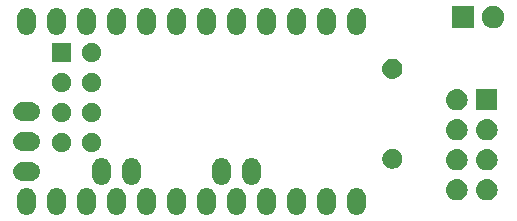
<source format=gbr>
G04 #@! TF.GenerationSoftware,KiCad,Pcbnew,5.1.2*
G04 #@! TF.CreationDate,2019-11-12T19:34:36-05:00*
G04 #@! TF.ProjectId,VS_robot_receiver,56535f72-6f62-46f7-945f-726563656976,rev?*
G04 #@! TF.SameCoordinates,Original*
G04 #@! TF.FileFunction,Soldermask,Bot*
G04 #@! TF.FilePolarity,Negative*
%FSLAX46Y46*%
G04 Gerber Fmt 4.6, Leading zero omitted, Abs format (unit mm)*
G04 Created by KiCad (PCBNEW 5.1.2) date 2019-11-12 19:34:36*
%MOMM*%
%LPD*%
G04 APERTURE LIST*
%ADD10C,0.100000*%
G04 APERTURE END LIST*
D10*
G36*
X133187135Y-110480778D02*
G01*
X133338232Y-110526613D01*
X133477483Y-110601044D01*
X133599538Y-110701212D01*
X133699706Y-110823267D01*
X133774137Y-110962518D01*
X133819972Y-111113615D01*
X133831570Y-111231375D01*
X133831570Y-112008625D01*
X133819972Y-112126385D01*
X133774137Y-112277482D01*
X133699706Y-112416733D01*
X133599538Y-112538788D01*
X133477482Y-112638956D01*
X133338231Y-112713387D01*
X133187134Y-112759222D01*
X133030000Y-112774698D01*
X132872865Y-112759222D01*
X132721768Y-112713387D01*
X132582517Y-112638956D01*
X132460462Y-112538788D01*
X132360294Y-112416732D01*
X132285863Y-112277481D01*
X132240028Y-112126384D01*
X132228430Y-112008624D01*
X132228430Y-111231374D01*
X132240028Y-111113614D01*
X132285863Y-110962519D01*
X132360293Y-110823271D01*
X132360295Y-110823267D01*
X132460463Y-110701212D01*
X132582518Y-110601044D01*
X132721769Y-110526613D01*
X132872866Y-110480778D01*
X133030000Y-110465302D01*
X133187135Y-110480778D01*
X133187135Y-110480778D01*
G37*
G36*
X135727135Y-110480778D02*
G01*
X135878232Y-110526613D01*
X136017483Y-110601044D01*
X136139538Y-110701212D01*
X136239706Y-110823267D01*
X136314137Y-110962518D01*
X136359972Y-111113615D01*
X136371570Y-111231375D01*
X136371570Y-112008625D01*
X136359972Y-112126385D01*
X136314137Y-112277482D01*
X136239706Y-112416733D01*
X136139538Y-112538788D01*
X136017482Y-112638956D01*
X135878231Y-112713387D01*
X135727134Y-112759222D01*
X135570000Y-112774698D01*
X135412865Y-112759222D01*
X135261768Y-112713387D01*
X135122517Y-112638956D01*
X135000462Y-112538788D01*
X134900294Y-112416732D01*
X134825863Y-112277481D01*
X134780028Y-112126384D01*
X134768430Y-112008624D01*
X134768430Y-111231374D01*
X134780028Y-111113614D01*
X134825863Y-110962519D01*
X134900293Y-110823271D01*
X134900295Y-110823267D01*
X135000463Y-110701212D01*
X135122518Y-110601044D01*
X135261769Y-110526613D01*
X135412866Y-110480778D01*
X135570000Y-110465302D01*
X135727135Y-110480778D01*
X135727135Y-110480778D01*
G37*
G36*
X161127135Y-110480778D02*
G01*
X161278232Y-110526613D01*
X161417483Y-110601044D01*
X161539538Y-110701212D01*
X161639706Y-110823267D01*
X161714137Y-110962518D01*
X161759972Y-111113615D01*
X161771570Y-111231375D01*
X161771570Y-112008625D01*
X161759972Y-112126385D01*
X161714137Y-112277482D01*
X161639706Y-112416733D01*
X161539538Y-112538788D01*
X161417482Y-112638956D01*
X161278231Y-112713387D01*
X161127134Y-112759222D01*
X160970000Y-112774698D01*
X160812865Y-112759222D01*
X160661768Y-112713387D01*
X160522517Y-112638956D01*
X160400462Y-112538788D01*
X160300294Y-112416732D01*
X160225863Y-112277481D01*
X160180028Y-112126384D01*
X160168430Y-112008624D01*
X160168430Y-111231374D01*
X160180028Y-111113614D01*
X160225863Y-110962519D01*
X160300293Y-110823271D01*
X160300295Y-110823267D01*
X160400463Y-110701212D01*
X160522518Y-110601044D01*
X160661769Y-110526613D01*
X160812866Y-110480778D01*
X160970000Y-110465302D01*
X161127135Y-110480778D01*
X161127135Y-110480778D01*
G37*
G36*
X158587135Y-110480778D02*
G01*
X158738232Y-110526613D01*
X158877483Y-110601044D01*
X158999538Y-110701212D01*
X159099706Y-110823267D01*
X159174137Y-110962518D01*
X159219972Y-111113615D01*
X159231570Y-111231375D01*
X159231570Y-112008625D01*
X159219972Y-112126385D01*
X159174137Y-112277482D01*
X159099706Y-112416733D01*
X158999538Y-112538788D01*
X158877482Y-112638956D01*
X158738231Y-112713387D01*
X158587134Y-112759222D01*
X158430000Y-112774698D01*
X158272865Y-112759222D01*
X158121768Y-112713387D01*
X157982517Y-112638956D01*
X157860462Y-112538788D01*
X157760294Y-112416732D01*
X157685863Y-112277481D01*
X157640028Y-112126384D01*
X157628430Y-112008624D01*
X157628430Y-111231374D01*
X157640028Y-111113614D01*
X157685863Y-110962519D01*
X157760293Y-110823271D01*
X157760295Y-110823267D01*
X157860463Y-110701212D01*
X157982518Y-110601044D01*
X158121769Y-110526613D01*
X158272866Y-110480778D01*
X158430000Y-110465302D01*
X158587135Y-110480778D01*
X158587135Y-110480778D01*
G37*
G36*
X156047135Y-110480778D02*
G01*
X156198232Y-110526613D01*
X156337483Y-110601044D01*
X156459538Y-110701212D01*
X156559706Y-110823267D01*
X156634137Y-110962518D01*
X156679972Y-111113615D01*
X156691570Y-111231375D01*
X156691570Y-112008625D01*
X156679972Y-112126385D01*
X156634137Y-112277482D01*
X156559706Y-112416733D01*
X156459538Y-112538788D01*
X156337482Y-112638956D01*
X156198231Y-112713387D01*
X156047134Y-112759222D01*
X155890000Y-112774698D01*
X155732865Y-112759222D01*
X155581768Y-112713387D01*
X155442517Y-112638956D01*
X155320462Y-112538788D01*
X155220294Y-112416732D01*
X155145863Y-112277481D01*
X155100028Y-112126384D01*
X155088430Y-112008624D01*
X155088430Y-111231374D01*
X155100028Y-111113614D01*
X155145863Y-110962519D01*
X155220293Y-110823271D01*
X155220295Y-110823267D01*
X155320463Y-110701212D01*
X155442518Y-110601044D01*
X155581769Y-110526613D01*
X155732866Y-110480778D01*
X155890000Y-110465302D01*
X156047135Y-110480778D01*
X156047135Y-110480778D01*
G37*
G36*
X153507135Y-110480778D02*
G01*
X153658232Y-110526613D01*
X153797483Y-110601044D01*
X153919538Y-110701212D01*
X154019706Y-110823267D01*
X154094137Y-110962518D01*
X154139972Y-111113615D01*
X154151570Y-111231375D01*
X154151570Y-112008625D01*
X154139972Y-112126385D01*
X154094137Y-112277482D01*
X154019706Y-112416733D01*
X153919538Y-112538788D01*
X153797482Y-112638956D01*
X153658231Y-112713387D01*
X153507134Y-112759222D01*
X153350000Y-112774698D01*
X153192865Y-112759222D01*
X153041768Y-112713387D01*
X152902517Y-112638956D01*
X152780462Y-112538788D01*
X152680294Y-112416732D01*
X152605863Y-112277481D01*
X152560028Y-112126384D01*
X152548430Y-112008624D01*
X152548430Y-111231374D01*
X152560028Y-111113614D01*
X152605863Y-110962519D01*
X152680293Y-110823271D01*
X152680295Y-110823267D01*
X152780463Y-110701212D01*
X152902518Y-110601044D01*
X153041769Y-110526613D01*
X153192866Y-110480778D01*
X153350000Y-110465302D01*
X153507135Y-110480778D01*
X153507135Y-110480778D01*
G37*
G36*
X150967135Y-110480778D02*
G01*
X151118232Y-110526613D01*
X151257483Y-110601044D01*
X151379538Y-110701212D01*
X151479706Y-110823267D01*
X151554137Y-110962518D01*
X151599972Y-111113615D01*
X151611570Y-111231375D01*
X151611570Y-112008625D01*
X151599972Y-112126385D01*
X151554137Y-112277482D01*
X151479706Y-112416733D01*
X151379538Y-112538788D01*
X151257482Y-112638956D01*
X151118231Y-112713387D01*
X150967134Y-112759222D01*
X150810000Y-112774698D01*
X150652865Y-112759222D01*
X150501768Y-112713387D01*
X150362517Y-112638956D01*
X150240462Y-112538788D01*
X150140294Y-112416732D01*
X150065863Y-112277481D01*
X150020028Y-112126384D01*
X150008430Y-112008624D01*
X150008430Y-111231374D01*
X150020028Y-111113614D01*
X150065863Y-110962519D01*
X150140293Y-110823271D01*
X150140295Y-110823267D01*
X150240463Y-110701212D01*
X150362518Y-110601044D01*
X150501769Y-110526613D01*
X150652866Y-110480778D01*
X150810000Y-110465302D01*
X150967135Y-110480778D01*
X150967135Y-110480778D01*
G37*
G36*
X145887135Y-110480778D02*
G01*
X146038232Y-110526613D01*
X146177483Y-110601044D01*
X146299538Y-110701212D01*
X146399706Y-110823267D01*
X146474137Y-110962518D01*
X146519972Y-111113615D01*
X146531570Y-111231375D01*
X146531570Y-112008625D01*
X146519972Y-112126385D01*
X146474137Y-112277482D01*
X146399706Y-112416733D01*
X146299538Y-112538788D01*
X146177482Y-112638956D01*
X146038231Y-112713387D01*
X145887134Y-112759222D01*
X145730000Y-112774698D01*
X145572865Y-112759222D01*
X145421768Y-112713387D01*
X145282517Y-112638956D01*
X145160462Y-112538788D01*
X145060294Y-112416732D01*
X144985863Y-112277481D01*
X144940028Y-112126384D01*
X144928430Y-112008624D01*
X144928430Y-111231374D01*
X144940028Y-111113614D01*
X144985863Y-110962519D01*
X145060293Y-110823271D01*
X145060295Y-110823267D01*
X145160463Y-110701212D01*
X145282518Y-110601044D01*
X145421769Y-110526613D01*
X145572866Y-110480778D01*
X145730000Y-110465302D01*
X145887135Y-110480778D01*
X145887135Y-110480778D01*
G37*
G36*
X143347135Y-110480778D02*
G01*
X143498232Y-110526613D01*
X143637483Y-110601044D01*
X143759538Y-110701212D01*
X143859706Y-110823267D01*
X143934137Y-110962518D01*
X143979972Y-111113615D01*
X143991570Y-111231375D01*
X143991570Y-112008625D01*
X143979972Y-112126385D01*
X143934137Y-112277482D01*
X143859706Y-112416733D01*
X143759538Y-112538788D01*
X143637482Y-112638956D01*
X143498231Y-112713387D01*
X143347134Y-112759222D01*
X143190000Y-112774698D01*
X143032865Y-112759222D01*
X142881768Y-112713387D01*
X142742517Y-112638956D01*
X142620462Y-112538788D01*
X142520294Y-112416732D01*
X142445863Y-112277481D01*
X142400028Y-112126384D01*
X142388430Y-112008624D01*
X142388430Y-111231374D01*
X142400028Y-111113614D01*
X142445863Y-110962519D01*
X142520293Y-110823271D01*
X142520295Y-110823267D01*
X142620463Y-110701212D01*
X142742518Y-110601044D01*
X142881769Y-110526613D01*
X143032866Y-110480778D01*
X143190000Y-110465302D01*
X143347135Y-110480778D01*
X143347135Y-110480778D01*
G37*
G36*
X140807135Y-110480778D02*
G01*
X140958232Y-110526613D01*
X141097483Y-110601044D01*
X141219538Y-110701212D01*
X141319706Y-110823267D01*
X141394137Y-110962518D01*
X141439972Y-111113615D01*
X141451570Y-111231375D01*
X141451570Y-112008625D01*
X141439972Y-112126385D01*
X141394137Y-112277482D01*
X141319706Y-112416733D01*
X141219538Y-112538788D01*
X141097482Y-112638956D01*
X140958231Y-112713387D01*
X140807134Y-112759222D01*
X140650000Y-112774698D01*
X140492865Y-112759222D01*
X140341768Y-112713387D01*
X140202517Y-112638956D01*
X140080462Y-112538788D01*
X139980294Y-112416732D01*
X139905863Y-112277481D01*
X139860028Y-112126384D01*
X139848430Y-112008624D01*
X139848430Y-111231374D01*
X139860028Y-111113614D01*
X139905863Y-110962519D01*
X139980293Y-110823271D01*
X139980295Y-110823267D01*
X140080463Y-110701212D01*
X140202518Y-110601044D01*
X140341769Y-110526613D01*
X140492866Y-110480778D01*
X140650000Y-110465302D01*
X140807135Y-110480778D01*
X140807135Y-110480778D01*
G37*
G36*
X138267135Y-110480778D02*
G01*
X138418232Y-110526613D01*
X138557483Y-110601044D01*
X138679538Y-110701212D01*
X138779706Y-110823267D01*
X138854137Y-110962518D01*
X138899972Y-111113615D01*
X138911570Y-111231375D01*
X138911570Y-112008625D01*
X138899972Y-112126385D01*
X138854137Y-112277482D01*
X138779706Y-112416733D01*
X138679538Y-112538788D01*
X138557482Y-112638956D01*
X138418231Y-112713387D01*
X138267134Y-112759222D01*
X138110000Y-112774698D01*
X137952865Y-112759222D01*
X137801768Y-112713387D01*
X137662517Y-112638956D01*
X137540462Y-112538788D01*
X137440294Y-112416732D01*
X137365863Y-112277481D01*
X137320028Y-112126384D01*
X137308430Y-112008624D01*
X137308430Y-111231374D01*
X137320028Y-111113614D01*
X137365863Y-110962519D01*
X137440293Y-110823271D01*
X137440295Y-110823267D01*
X137540463Y-110701212D01*
X137662518Y-110601044D01*
X137801769Y-110526613D01*
X137952866Y-110480778D01*
X138110000Y-110465302D01*
X138267135Y-110480778D01*
X138267135Y-110480778D01*
G37*
G36*
X148427135Y-110480778D02*
G01*
X148578232Y-110526613D01*
X148717483Y-110601044D01*
X148839538Y-110701212D01*
X148939706Y-110823267D01*
X149014137Y-110962518D01*
X149059972Y-111113615D01*
X149071570Y-111231375D01*
X149071570Y-112008625D01*
X149059972Y-112126385D01*
X149014137Y-112277482D01*
X148939706Y-112416733D01*
X148839538Y-112538788D01*
X148717482Y-112638956D01*
X148578231Y-112713387D01*
X148427134Y-112759222D01*
X148270000Y-112774698D01*
X148112865Y-112759222D01*
X147961768Y-112713387D01*
X147822517Y-112638956D01*
X147700462Y-112538788D01*
X147600294Y-112416732D01*
X147525863Y-112277481D01*
X147480028Y-112126384D01*
X147468430Y-112008624D01*
X147468430Y-111231374D01*
X147480028Y-111113614D01*
X147525863Y-110962519D01*
X147600293Y-110823271D01*
X147600295Y-110823267D01*
X147700463Y-110701212D01*
X147822518Y-110601044D01*
X147961769Y-110526613D01*
X148112866Y-110480778D01*
X148270000Y-110465302D01*
X148427135Y-110480778D01*
X148427135Y-110480778D01*
G37*
G36*
X172110442Y-109725518D02*
G01*
X172176627Y-109732037D01*
X172346466Y-109783557D01*
X172502991Y-109867222D01*
X172514580Y-109876733D01*
X172640186Y-109979814D01*
X172723448Y-110081271D01*
X172752778Y-110117009D01*
X172836443Y-110273534D01*
X172887963Y-110443373D01*
X172905359Y-110620000D01*
X172887963Y-110796627D01*
X172836443Y-110966466D01*
X172752778Y-111122991D01*
X172723448Y-111158729D01*
X172640186Y-111260186D01*
X172538729Y-111343448D01*
X172502991Y-111372778D01*
X172346466Y-111456443D01*
X172176627Y-111507963D01*
X172110443Y-111514481D01*
X172044260Y-111521000D01*
X171955740Y-111521000D01*
X171889557Y-111514481D01*
X171823373Y-111507963D01*
X171653534Y-111456443D01*
X171497009Y-111372778D01*
X171461271Y-111343448D01*
X171359814Y-111260186D01*
X171276552Y-111158729D01*
X171247222Y-111122991D01*
X171163557Y-110966466D01*
X171112037Y-110796627D01*
X171094641Y-110620000D01*
X171112037Y-110443373D01*
X171163557Y-110273534D01*
X171247222Y-110117009D01*
X171276552Y-110081271D01*
X171359814Y-109979814D01*
X171485420Y-109876733D01*
X171497009Y-109867222D01*
X171653534Y-109783557D01*
X171823373Y-109732037D01*
X171889558Y-109725518D01*
X171955740Y-109719000D01*
X172044260Y-109719000D01*
X172110442Y-109725518D01*
X172110442Y-109725518D01*
G37*
G36*
X169570442Y-109725518D02*
G01*
X169636627Y-109732037D01*
X169806466Y-109783557D01*
X169962991Y-109867222D01*
X169974580Y-109876733D01*
X170100186Y-109979814D01*
X170183448Y-110081271D01*
X170212778Y-110117009D01*
X170296443Y-110273534D01*
X170347963Y-110443373D01*
X170365359Y-110620000D01*
X170347963Y-110796627D01*
X170296443Y-110966466D01*
X170212778Y-111122991D01*
X170183448Y-111158729D01*
X170100186Y-111260186D01*
X169998729Y-111343448D01*
X169962991Y-111372778D01*
X169806466Y-111456443D01*
X169636627Y-111507963D01*
X169570443Y-111514481D01*
X169504260Y-111521000D01*
X169415740Y-111521000D01*
X169349557Y-111514481D01*
X169283373Y-111507963D01*
X169113534Y-111456443D01*
X168957009Y-111372778D01*
X168921271Y-111343448D01*
X168819814Y-111260186D01*
X168736552Y-111158729D01*
X168707222Y-111122991D01*
X168623557Y-110966466D01*
X168572037Y-110796627D01*
X168554641Y-110620000D01*
X168572037Y-110443373D01*
X168623557Y-110273534D01*
X168707222Y-110117009D01*
X168736552Y-110081271D01*
X168819814Y-109979814D01*
X168945420Y-109876733D01*
X168957009Y-109867222D01*
X169113534Y-109783557D01*
X169283373Y-109732037D01*
X169349558Y-109725518D01*
X169415740Y-109719000D01*
X169504260Y-109719000D01*
X169570442Y-109725518D01*
X169570442Y-109725518D01*
G37*
G36*
X139537135Y-107940778D02*
G01*
X139688232Y-107986613D01*
X139827483Y-108061044D01*
X139949538Y-108161212D01*
X140049706Y-108283267D01*
X140124137Y-108422518D01*
X140169972Y-108573615D01*
X140181570Y-108691375D01*
X140181570Y-109468625D01*
X140169972Y-109586385D01*
X140124137Y-109737482D01*
X140049706Y-109876733D01*
X139949538Y-109998788D01*
X139827482Y-110098956D01*
X139688231Y-110173387D01*
X139537134Y-110219222D01*
X139380000Y-110234698D01*
X139222865Y-110219222D01*
X139071768Y-110173387D01*
X138932517Y-110098956D01*
X138810462Y-109998788D01*
X138710294Y-109876732D01*
X138635863Y-109737481D01*
X138590028Y-109586384D01*
X138578430Y-109468624D01*
X138578430Y-108691375D01*
X138584227Y-108632517D01*
X138590028Y-108573614D01*
X138635863Y-108422519D01*
X138710293Y-108283271D01*
X138710295Y-108283267D01*
X138810463Y-108161212D01*
X138932518Y-108061044D01*
X139071769Y-107986613D01*
X139222866Y-107940778D01*
X139380000Y-107925302D01*
X139537135Y-107940778D01*
X139537135Y-107940778D01*
G37*
G36*
X152237135Y-107940778D02*
G01*
X152388232Y-107986613D01*
X152527483Y-108061044D01*
X152649538Y-108161212D01*
X152749706Y-108283267D01*
X152824137Y-108422518D01*
X152869972Y-108573615D01*
X152881570Y-108691375D01*
X152881570Y-109468625D01*
X152869972Y-109586385D01*
X152824137Y-109737482D01*
X152749706Y-109876733D01*
X152649538Y-109998788D01*
X152527482Y-110098956D01*
X152388231Y-110173387D01*
X152237134Y-110219222D01*
X152080000Y-110234698D01*
X151922865Y-110219222D01*
X151771768Y-110173387D01*
X151632517Y-110098956D01*
X151510462Y-109998788D01*
X151410294Y-109876732D01*
X151335863Y-109737481D01*
X151290028Y-109586384D01*
X151278430Y-109468624D01*
X151278430Y-108691375D01*
X151284227Y-108632517D01*
X151290028Y-108573614D01*
X151335863Y-108422519D01*
X151410293Y-108283271D01*
X151410295Y-108283267D01*
X151510463Y-108161212D01*
X151632518Y-108061044D01*
X151771769Y-107986613D01*
X151922866Y-107940778D01*
X152080000Y-107925302D01*
X152237135Y-107940778D01*
X152237135Y-107940778D01*
G37*
G36*
X149697135Y-107940778D02*
G01*
X149848232Y-107986613D01*
X149987483Y-108061044D01*
X150109538Y-108161212D01*
X150209706Y-108283267D01*
X150284137Y-108422518D01*
X150329972Y-108573615D01*
X150341570Y-108691375D01*
X150341570Y-109468625D01*
X150329972Y-109586385D01*
X150284137Y-109737482D01*
X150209706Y-109876733D01*
X150109538Y-109998788D01*
X149987482Y-110098956D01*
X149848231Y-110173387D01*
X149697134Y-110219222D01*
X149540000Y-110234698D01*
X149382865Y-110219222D01*
X149231768Y-110173387D01*
X149092517Y-110098956D01*
X148970462Y-109998788D01*
X148870294Y-109876732D01*
X148795863Y-109737481D01*
X148750028Y-109586384D01*
X148738430Y-109468624D01*
X148738430Y-108691375D01*
X148744227Y-108632517D01*
X148750028Y-108573614D01*
X148795863Y-108422519D01*
X148870293Y-108283271D01*
X148870295Y-108283267D01*
X148970463Y-108161212D01*
X149092518Y-108061044D01*
X149231769Y-107986613D01*
X149382866Y-107940778D01*
X149540000Y-107925302D01*
X149697135Y-107940778D01*
X149697135Y-107940778D01*
G37*
G36*
X142077135Y-107940778D02*
G01*
X142228232Y-107986613D01*
X142367483Y-108061044D01*
X142489538Y-108161212D01*
X142589706Y-108283267D01*
X142664137Y-108422518D01*
X142709972Y-108573615D01*
X142721570Y-108691375D01*
X142721570Y-109468625D01*
X142709972Y-109586385D01*
X142664137Y-109737482D01*
X142589706Y-109876733D01*
X142489538Y-109998788D01*
X142367482Y-110098956D01*
X142228231Y-110173387D01*
X142077134Y-110219222D01*
X141920000Y-110234698D01*
X141762865Y-110219222D01*
X141611768Y-110173387D01*
X141472517Y-110098956D01*
X141350462Y-109998788D01*
X141250294Y-109876732D01*
X141175863Y-109737481D01*
X141130028Y-109586384D01*
X141118430Y-109468624D01*
X141118430Y-108691375D01*
X141124227Y-108632517D01*
X141130028Y-108573614D01*
X141175863Y-108422519D01*
X141250293Y-108283271D01*
X141250295Y-108283267D01*
X141350463Y-108161212D01*
X141472518Y-108061044D01*
X141611769Y-107986613D01*
X141762866Y-107940778D01*
X141920000Y-107925302D01*
X142077135Y-107940778D01*
X142077135Y-107940778D01*
G37*
G36*
X133457878Y-108282296D02*
G01*
X133536385Y-108290028D01*
X133687482Y-108335863D01*
X133826733Y-108410294D01*
X133948788Y-108510462D01*
X134048956Y-108632517D01*
X134123387Y-108771768D01*
X134169222Y-108922865D01*
X134184698Y-109080000D01*
X134169222Y-109237135D01*
X134123387Y-109388232D01*
X134048956Y-109527483D01*
X133948788Y-109649538D01*
X133826733Y-109749706D01*
X133687482Y-109824137D01*
X133536385Y-109869972D01*
X133467737Y-109876733D01*
X133418626Y-109881570D01*
X132641374Y-109881570D01*
X132592263Y-109876733D01*
X132523615Y-109869972D01*
X132372518Y-109824137D01*
X132233267Y-109749706D01*
X132111212Y-109649538D01*
X132011044Y-109527483D01*
X131936613Y-109388232D01*
X131890778Y-109237135D01*
X131875302Y-109080000D01*
X131890778Y-108922865D01*
X131936613Y-108771768D01*
X132011044Y-108632517D01*
X132111212Y-108510462D01*
X132233267Y-108410294D01*
X132372518Y-108335863D01*
X132523615Y-108290028D01*
X132602122Y-108282296D01*
X132641374Y-108278430D01*
X133418626Y-108278430D01*
X133457878Y-108282296D01*
X133457878Y-108282296D01*
G37*
G36*
X169570442Y-107185518D02*
G01*
X169636627Y-107192037D01*
X169806466Y-107243557D01*
X169806468Y-107243558D01*
X169821324Y-107251499D01*
X169962991Y-107327222D01*
X169980474Y-107341570D01*
X170100186Y-107439814D01*
X170183448Y-107541271D01*
X170212778Y-107577009D01*
X170296443Y-107733534D01*
X170347963Y-107903373D01*
X170365359Y-108080000D01*
X170347963Y-108256627D01*
X170296443Y-108426466D01*
X170212778Y-108582991D01*
X170183448Y-108618729D01*
X170100186Y-108720186D01*
X169998729Y-108803448D01*
X169962991Y-108832778D01*
X169806466Y-108916443D01*
X169636627Y-108967963D01*
X169570442Y-108974482D01*
X169504260Y-108981000D01*
X169415740Y-108981000D01*
X169349558Y-108974482D01*
X169283373Y-108967963D01*
X169113534Y-108916443D01*
X168957009Y-108832778D01*
X168921271Y-108803448D01*
X168819814Y-108720186D01*
X168736552Y-108618729D01*
X168707222Y-108582991D01*
X168623557Y-108426466D01*
X168572037Y-108256627D01*
X168554641Y-108080000D01*
X168572037Y-107903373D01*
X168623557Y-107733534D01*
X168707222Y-107577009D01*
X168736552Y-107541271D01*
X168819814Y-107439814D01*
X168939526Y-107341570D01*
X168957009Y-107327222D01*
X169098676Y-107251499D01*
X169113532Y-107243558D01*
X169113534Y-107243557D01*
X169283373Y-107192037D01*
X169349558Y-107185518D01*
X169415740Y-107179000D01*
X169504260Y-107179000D01*
X169570442Y-107185518D01*
X169570442Y-107185518D01*
G37*
G36*
X172110442Y-107185518D02*
G01*
X172176627Y-107192037D01*
X172346466Y-107243557D01*
X172346468Y-107243558D01*
X172361324Y-107251499D01*
X172502991Y-107327222D01*
X172520474Y-107341570D01*
X172640186Y-107439814D01*
X172723448Y-107541271D01*
X172752778Y-107577009D01*
X172836443Y-107733534D01*
X172887963Y-107903373D01*
X172905359Y-108080000D01*
X172887963Y-108256627D01*
X172836443Y-108426466D01*
X172752778Y-108582991D01*
X172723448Y-108618729D01*
X172640186Y-108720186D01*
X172538729Y-108803448D01*
X172502991Y-108832778D01*
X172346466Y-108916443D01*
X172176627Y-108967963D01*
X172110442Y-108974482D01*
X172044260Y-108981000D01*
X171955740Y-108981000D01*
X171889558Y-108974482D01*
X171823373Y-108967963D01*
X171653534Y-108916443D01*
X171497009Y-108832778D01*
X171461271Y-108803448D01*
X171359814Y-108720186D01*
X171276552Y-108618729D01*
X171247222Y-108582991D01*
X171163557Y-108426466D01*
X171112037Y-108256627D01*
X171094641Y-108080000D01*
X171112037Y-107903373D01*
X171163557Y-107733534D01*
X171247222Y-107577009D01*
X171276552Y-107541271D01*
X171359814Y-107439814D01*
X171479526Y-107341570D01*
X171497009Y-107327222D01*
X171638676Y-107251499D01*
X171653532Y-107243558D01*
X171653534Y-107243557D01*
X171823373Y-107192037D01*
X171889558Y-107185518D01*
X171955740Y-107179000D01*
X172044260Y-107179000D01*
X172110442Y-107185518D01*
X172110442Y-107185518D01*
G37*
G36*
X164248228Y-107181703D02*
G01*
X164403100Y-107245853D01*
X164542481Y-107338985D01*
X164661015Y-107457519D01*
X164754147Y-107596900D01*
X164818297Y-107751772D01*
X164851000Y-107916184D01*
X164851000Y-108083816D01*
X164818297Y-108248228D01*
X164754147Y-108403100D01*
X164661015Y-108542481D01*
X164542481Y-108661015D01*
X164403100Y-108754147D01*
X164248228Y-108818297D01*
X164083816Y-108851000D01*
X163916184Y-108851000D01*
X163751772Y-108818297D01*
X163596900Y-108754147D01*
X163457519Y-108661015D01*
X163338985Y-108542481D01*
X163245853Y-108403100D01*
X163181703Y-108248228D01*
X163149000Y-108083816D01*
X163149000Y-107916184D01*
X163181703Y-107751772D01*
X163245853Y-107596900D01*
X163338985Y-107457519D01*
X163457519Y-107338985D01*
X163596900Y-107245853D01*
X163751772Y-107181703D01*
X163916184Y-107149000D01*
X164083816Y-107149000D01*
X164248228Y-107181703D01*
X164248228Y-107181703D01*
G37*
G36*
X136237142Y-105838242D02*
G01*
X136385101Y-105899529D01*
X136518255Y-105988499D01*
X136631501Y-106101745D01*
X136720471Y-106234899D01*
X136781758Y-106382858D01*
X136813000Y-106539925D01*
X136813000Y-106700075D01*
X136781758Y-106857142D01*
X136720471Y-107005101D01*
X136631501Y-107138255D01*
X136518255Y-107251501D01*
X136385101Y-107340471D01*
X136237142Y-107401758D01*
X136080075Y-107433000D01*
X135919925Y-107433000D01*
X135762858Y-107401758D01*
X135614899Y-107340471D01*
X135481745Y-107251501D01*
X135368499Y-107138255D01*
X135279529Y-107005101D01*
X135218242Y-106857142D01*
X135187000Y-106700075D01*
X135187000Y-106539925D01*
X135218242Y-106382858D01*
X135279529Y-106234899D01*
X135368499Y-106101745D01*
X135481745Y-105988499D01*
X135614899Y-105899529D01*
X135762858Y-105838242D01*
X135919925Y-105807000D01*
X136080075Y-105807000D01*
X136237142Y-105838242D01*
X136237142Y-105838242D01*
G37*
G36*
X138777142Y-105838242D02*
G01*
X138925101Y-105899529D01*
X139058255Y-105988499D01*
X139171501Y-106101745D01*
X139260471Y-106234899D01*
X139321758Y-106382858D01*
X139353000Y-106539925D01*
X139353000Y-106700075D01*
X139321758Y-106857142D01*
X139260471Y-107005101D01*
X139171501Y-107138255D01*
X139058255Y-107251501D01*
X138925101Y-107340471D01*
X138777142Y-107401758D01*
X138620075Y-107433000D01*
X138459925Y-107433000D01*
X138302858Y-107401758D01*
X138154899Y-107340471D01*
X138021745Y-107251501D01*
X137908499Y-107138255D01*
X137819529Y-107005101D01*
X137758242Y-106857142D01*
X137727000Y-106700075D01*
X137727000Y-106539925D01*
X137758242Y-106382858D01*
X137819529Y-106234899D01*
X137908499Y-106101745D01*
X138021745Y-105988499D01*
X138154899Y-105899529D01*
X138302858Y-105838242D01*
X138459925Y-105807000D01*
X138620075Y-105807000D01*
X138777142Y-105838242D01*
X138777142Y-105838242D01*
G37*
G36*
X133457878Y-105742296D02*
G01*
X133536385Y-105750028D01*
X133687482Y-105795863D01*
X133826733Y-105870294D01*
X133948788Y-105970462D01*
X134048956Y-106092517D01*
X134123387Y-106231768D01*
X134169222Y-106382865D01*
X134184698Y-106540000D01*
X134169222Y-106697135D01*
X134123387Y-106848232D01*
X134048956Y-106987483D01*
X133948788Y-107109538D01*
X133826733Y-107209706D01*
X133687482Y-107284137D01*
X133536385Y-107329972D01*
X133457878Y-107337704D01*
X133418626Y-107341570D01*
X132641374Y-107341570D01*
X132602122Y-107337704D01*
X132523615Y-107329972D01*
X132372518Y-107284137D01*
X132233267Y-107209706D01*
X132111212Y-107109538D01*
X132011044Y-106987483D01*
X131936613Y-106848232D01*
X131890778Y-106697135D01*
X131875302Y-106540000D01*
X131890778Y-106382865D01*
X131936613Y-106231768D01*
X132011044Y-106092517D01*
X132111212Y-105970462D01*
X132233267Y-105870294D01*
X132372518Y-105795863D01*
X132523615Y-105750028D01*
X132602122Y-105742296D01*
X132641374Y-105738430D01*
X133418626Y-105738430D01*
X133457878Y-105742296D01*
X133457878Y-105742296D01*
G37*
G36*
X172110442Y-104645518D02*
G01*
X172176627Y-104652037D01*
X172346466Y-104703557D01*
X172502991Y-104787222D01*
X172520474Y-104801570D01*
X172640186Y-104899814D01*
X172723448Y-105001271D01*
X172752778Y-105037009D01*
X172836443Y-105193534D01*
X172887963Y-105363373D01*
X172905359Y-105540000D01*
X172887963Y-105716627D01*
X172836443Y-105886466D01*
X172752778Y-106042991D01*
X172723448Y-106078729D01*
X172640186Y-106180186D01*
X172538729Y-106263448D01*
X172502991Y-106292778D01*
X172346466Y-106376443D01*
X172176627Y-106427963D01*
X172110443Y-106434481D01*
X172044260Y-106441000D01*
X171955740Y-106441000D01*
X171889557Y-106434481D01*
X171823373Y-106427963D01*
X171653534Y-106376443D01*
X171497009Y-106292778D01*
X171461271Y-106263448D01*
X171359814Y-106180186D01*
X171276552Y-106078729D01*
X171247222Y-106042991D01*
X171163557Y-105886466D01*
X171112037Y-105716627D01*
X171094641Y-105540000D01*
X171112037Y-105363373D01*
X171163557Y-105193534D01*
X171247222Y-105037009D01*
X171276552Y-105001271D01*
X171359814Y-104899814D01*
X171479526Y-104801570D01*
X171497009Y-104787222D01*
X171653534Y-104703557D01*
X171823373Y-104652037D01*
X171889557Y-104645519D01*
X171955740Y-104639000D01*
X172044260Y-104639000D01*
X172110442Y-104645518D01*
X172110442Y-104645518D01*
G37*
G36*
X169570442Y-104645518D02*
G01*
X169636627Y-104652037D01*
X169806466Y-104703557D01*
X169962991Y-104787222D01*
X169980474Y-104801570D01*
X170100186Y-104899814D01*
X170183448Y-105001271D01*
X170212778Y-105037009D01*
X170296443Y-105193534D01*
X170347963Y-105363373D01*
X170365359Y-105540000D01*
X170347963Y-105716627D01*
X170296443Y-105886466D01*
X170212778Y-106042991D01*
X170183448Y-106078729D01*
X170100186Y-106180186D01*
X169998729Y-106263448D01*
X169962991Y-106292778D01*
X169806466Y-106376443D01*
X169636627Y-106427963D01*
X169570443Y-106434481D01*
X169504260Y-106441000D01*
X169415740Y-106441000D01*
X169349557Y-106434481D01*
X169283373Y-106427963D01*
X169113534Y-106376443D01*
X168957009Y-106292778D01*
X168921271Y-106263448D01*
X168819814Y-106180186D01*
X168736552Y-106078729D01*
X168707222Y-106042991D01*
X168623557Y-105886466D01*
X168572037Y-105716627D01*
X168554641Y-105540000D01*
X168572037Y-105363373D01*
X168623557Y-105193534D01*
X168707222Y-105037009D01*
X168736552Y-105001271D01*
X168819814Y-104899814D01*
X168939526Y-104801570D01*
X168957009Y-104787222D01*
X169113534Y-104703557D01*
X169283373Y-104652037D01*
X169349557Y-104645519D01*
X169415740Y-104639000D01*
X169504260Y-104639000D01*
X169570442Y-104645518D01*
X169570442Y-104645518D01*
G37*
G36*
X136237142Y-103298242D02*
G01*
X136385101Y-103359529D01*
X136518255Y-103448499D01*
X136631501Y-103561745D01*
X136720471Y-103694899D01*
X136781758Y-103842858D01*
X136813000Y-103999925D01*
X136813000Y-104160075D01*
X136781758Y-104317142D01*
X136720471Y-104465101D01*
X136631501Y-104598255D01*
X136518255Y-104711501D01*
X136385101Y-104800471D01*
X136237142Y-104861758D01*
X136080075Y-104893000D01*
X135919925Y-104893000D01*
X135762858Y-104861758D01*
X135614899Y-104800471D01*
X135481745Y-104711501D01*
X135368499Y-104598255D01*
X135279529Y-104465101D01*
X135218242Y-104317142D01*
X135187000Y-104160075D01*
X135187000Y-103999925D01*
X135218242Y-103842858D01*
X135279529Y-103694899D01*
X135368499Y-103561745D01*
X135481745Y-103448499D01*
X135614899Y-103359529D01*
X135762858Y-103298242D01*
X135919925Y-103267000D01*
X136080075Y-103267000D01*
X136237142Y-103298242D01*
X136237142Y-103298242D01*
G37*
G36*
X138777142Y-103298242D02*
G01*
X138925101Y-103359529D01*
X139058255Y-103448499D01*
X139171501Y-103561745D01*
X139260471Y-103694899D01*
X139321758Y-103842858D01*
X139353000Y-103999925D01*
X139353000Y-104160075D01*
X139321758Y-104317142D01*
X139260471Y-104465101D01*
X139171501Y-104598255D01*
X139058255Y-104711501D01*
X138925101Y-104800471D01*
X138777142Y-104861758D01*
X138620075Y-104893000D01*
X138459925Y-104893000D01*
X138302858Y-104861758D01*
X138154899Y-104800471D01*
X138021745Y-104711501D01*
X137908499Y-104598255D01*
X137819529Y-104465101D01*
X137758242Y-104317142D01*
X137727000Y-104160075D01*
X137727000Y-103999925D01*
X137758242Y-103842858D01*
X137819529Y-103694899D01*
X137908499Y-103561745D01*
X138021745Y-103448499D01*
X138154899Y-103359529D01*
X138302858Y-103298242D01*
X138459925Y-103267000D01*
X138620075Y-103267000D01*
X138777142Y-103298242D01*
X138777142Y-103298242D01*
G37*
G36*
X133457878Y-103202296D02*
G01*
X133536385Y-103210028D01*
X133687482Y-103255863D01*
X133826733Y-103330294D01*
X133948788Y-103430462D01*
X134048956Y-103552517D01*
X134123387Y-103691768D01*
X134169222Y-103842865D01*
X134184698Y-104000000D01*
X134169222Y-104157135D01*
X134123387Y-104308232D01*
X134048956Y-104447483D01*
X133948788Y-104569538D01*
X133826733Y-104669706D01*
X133687482Y-104744137D01*
X133536385Y-104789972D01*
X133457878Y-104797704D01*
X133418626Y-104801570D01*
X132641374Y-104801570D01*
X132602122Y-104797704D01*
X132523615Y-104789972D01*
X132372518Y-104744137D01*
X132233267Y-104669706D01*
X132111212Y-104569538D01*
X132011044Y-104447483D01*
X131936613Y-104308232D01*
X131890778Y-104157135D01*
X131875302Y-104000000D01*
X131890778Y-103842865D01*
X131936613Y-103691768D01*
X132011044Y-103552517D01*
X132111212Y-103430462D01*
X132233267Y-103330294D01*
X132372518Y-103255863D01*
X132523615Y-103210028D01*
X132602122Y-103202296D01*
X132641374Y-103198430D01*
X133418626Y-103198430D01*
X133457878Y-103202296D01*
X133457878Y-103202296D01*
G37*
G36*
X172901000Y-103901000D02*
G01*
X171099000Y-103901000D01*
X171099000Y-102099000D01*
X172901000Y-102099000D01*
X172901000Y-103901000D01*
X172901000Y-103901000D01*
G37*
G36*
X169570443Y-102105519D02*
G01*
X169636627Y-102112037D01*
X169806466Y-102163557D01*
X169962991Y-102247222D01*
X169998729Y-102276552D01*
X170100186Y-102359814D01*
X170183448Y-102461271D01*
X170212778Y-102497009D01*
X170296443Y-102653534D01*
X170347963Y-102823373D01*
X170365359Y-103000000D01*
X170347963Y-103176627D01*
X170296443Y-103346466D01*
X170212778Y-103502991D01*
X170183448Y-103538729D01*
X170100186Y-103640186D01*
X169998729Y-103723448D01*
X169962991Y-103752778D01*
X169806466Y-103836443D01*
X169636627Y-103887963D01*
X169570442Y-103894482D01*
X169504260Y-103901000D01*
X169415740Y-103901000D01*
X169349558Y-103894482D01*
X169283373Y-103887963D01*
X169113534Y-103836443D01*
X168957009Y-103752778D01*
X168921271Y-103723448D01*
X168819814Y-103640186D01*
X168736552Y-103538729D01*
X168707222Y-103502991D01*
X168623557Y-103346466D01*
X168572037Y-103176627D01*
X168554641Y-103000000D01*
X168572037Y-102823373D01*
X168623557Y-102653534D01*
X168707222Y-102497009D01*
X168736552Y-102461271D01*
X168819814Y-102359814D01*
X168921271Y-102276552D01*
X168957009Y-102247222D01*
X169113534Y-102163557D01*
X169283373Y-102112037D01*
X169349557Y-102105519D01*
X169415740Y-102099000D01*
X169504260Y-102099000D01*
X169570443Y-102105519D01*
X169570443Y-102105519D01*
G37*
G36*
X138777142Y-100758242D02*
G01*
X138925101Y-100819529D01*
X139058255Y-100908499D01*
X139171501Y-101021745D01*
X139260471Y-101154899D01*
X139321758Y-101302858D01*
X139353000Y-101459925D01*
X139353000Y-101620075D01*
X139321758Y-101777142D01*
X139260471Y-101925101D01*
X139171501Y-102058255D01*
X139058255Y-102171501D01*
X138925101Y-102260471D01*
X138777142Y-102321758D01*
X138620075Y-102353000D01*
X138459925Y-102353000D01*
X138302858Y-102321758D01*
X138154899Y-102260471D01*
X138021745Y-102171501D01*
X137908499Y-102058255D01*
X137819529Y-101925101D01*
X137758242Y-101777142D01*
X137727000Y-101620075D01*
X137727000Y-101459925D01*
X137758242Y-101302858D01*
X137819529Y-101154899D01*
X137908499Y-101021745D01*
X138021745Y-100908499D01*
X138154899Y-100819529D01*
X138302858Y-100758242D01*
X138459925Y-100727000D01*
X138620075Y-100727000D01*
X138777142Y-100758242D01*
X138777142Y-100758242D01*
G37*
G36*
X136237142Y-100758242D02*
G01*
X136385101Y-100819529D01*
X136518255Y-100908499D01*
X136631501Y-101021745D01*
X136720471Y-101154899D01*
X136781758Y-101302858D01*
X136813000Y-101459925D01*
X136813000Y-101620075D01*
X136781758Y-101777142D01*
X136720471Y-101925101D01*
X136631501Y-102058255D01*
X136518255Y-102171501D01*
X136385101Y-102260471D01*
X136237142Y-102321758D01*
X136080075Y-102353000D01*
X135919925Y-102353000D01*
X135762858Y-102321758D01*
X135614899Y-102260471D01*
X135481745Y-102171501D01*
X135368499Y-102058255D01*
X135279529Y-101925101D01*
X135218242Y-101777142D01*
X135187000Y-101620075D01*
X135187000Y-101459925D01*
X135218242Y-101302858D01*
X135279529Y-101154899D01*
X135368499Y-101021745D01*
X135481745Y-100908499D01*
X135614899Y-100819529D01*
X135762858Y-100758242D01*
X135919925Y-100727000D01*
X136080075Y-100727000D01*
X136237142Y-100758242D01*
X136237142Y-100758242D01*
G37*
G36*
X164166823Y-99541313D02*
G01*
X164327242Y-99589976D01*
X164459906Y-99660886D01*
X164475078Y-99668996D01*
X164604659Y-99775341D01*
X164711004Y-99904922D01*
X164711005Y-99904924D01*
X164790024Y-100052758D01*
X164838687Y-100213177D01*
X164855117Y-100380000D01*
X164838687Y-100546823D01*
X164790024Y-100707242D01*
X164779463Y-100727000D01*
X164711004Y-100855078D01*
X164604659Y-100984659D01*
X164475078Y-101091004D01*
X164475076Y-101091005D01*
X164327242Y-101170024D01*
X164166823Y-101218687D01*
X164041804Y-101231000D01*
X163958196Y-101231000D01*
X163833177Y-101218687D01*
X163672758Y-101170024D01*
X163524924Y-101091005D01*
X163524922Y-101091004D01*
X163395341Y-100984659D01*
X163288996Y-100855078D01*
X163220537Y-100727000D01*
X163209976Y-100707242D01*
X163161313Y-100546823D01*
X163144883Y-100380000D01*
X163161313Y-100213177D01*
X163209976Y-100052758D01*
X163288995Y-99904924D01*
X163288996Y-99904922D01*
X163395341Y-99775341D01*
X163524922Y-99668996D01*
X163540094Y-99660886D01*
X163672758Y-99589976D01*
X163833177Y-99541313D01*
X163958196Y-99529000D01*
X164041804Y-99529000D01*
X164166823Y-99541313D01*
X164166823Y-99541313D01*
G37*
G36*
X136813000Y-99813000D02*
G01*
X135187000Y-99813000D01*
X135187000Y-98187000D01*
X136813000Y-98187000D01*
X136813000Y-99813000D01*
X136813000Y-99813000D01*
G37*
G36*
X138777142Y-98218242D02*
G01*
X138925101Y-98279529D01*
X139058255Y-98368499D01*
X139171501Y-98481745D01*
X139260471Y-98614899D01*
X139321758Y-98762858D01*
X139353000Y-98919925D01*
X139353000Y-99080075D01*
X139321758Y-99237142D01*
X139260471Y-99385101D01*
X139171501Y-99518255D01*
X139058255Y-99631501D01*
X138925101Y-99720471D01*
X138777142Y-99781758D01*
X138620075Y-99813000D01*
X138459925Y-99813000D01*
X138302858Y-99781758D01*
X138154899Y-99720471D01*
X138021745Y-99631501D01*
X137908499Y-99518255D01*
X137819529Y-99385101D01*
X137758242Y-99237142D01*
X137727000Y-99080075D01*
X137727000Y-98919925D01*
X137758242Y-98762858D01*
X137819529Y-98614899D01*
X137908499Y-98481745D01*
X138021745Y-98368499D01*
X138154899Y-98279529D01*
X138302858Y-98218242D01*
X138459925Y-98187000D01*
X138620075Y-98187000D01*
X138777142Y-98218242D01*
X138777142Y-98218242D01*
G37*
G36*
X158587135Y-95240778D02*
G01*
X158738232Y-95286613D01*
X158877483Y-95361044D01*
X158999538Y-95461212D01*
X159099706Y-95583267D01*
X159174137Y-95722518D01*
X159219972Y-95873615D01*
X159231570Y-95991375D01*
X159231570Y-96768625D01*
X159219972Y-96886385D01*
X159174137Y-97037482D01*
X159099706Y-97176733D01*
X158999538Y-97298788D01*
X158877482Y-97398956D01*
X158738231Y-97473387D01*
X158587134Y-97519222D01*
X158430000Y-97534698D01*
X158272865Y-97519222D01*
X158121768Y-97473387D01*
X157982517Y-97398956D01*
X157860462Y-97298788D01*
X157760294Y-97176732D01*
X157685863Y-97037481D01*
X157640028Y-96886384D01*
X157628430Y-96768624D01*
X157628430Y-95991375D01*
X157640028Y-95873615D01*
X157640028Y-95873614D01*
X157685863Y-95722519D01*
X157760293Y-95583271D01*
X157760295Y-95583267D01*
X157860463Y-95461212D01*
X157982518Y-95361044D01*
X158121769Y-95286613D01*
X158272866Y-95240778D01*
X158430000Y-95225302D01*
X158587135Y-95240778D01*
X158587135Y-95240778D01*
G37*
G36*
X133187135Y-95240778D02*
G01*
X133338232Y-95286613D01*
X133477483Y-95361044D01*
X133599538Y-95461212D01*
X133699706Y-95583267D01*
X133774137Y-95722518D01*
X133819972Y-95873615D01*
X133831570Y-95991375D01*
X133831570Y-96768625D01*
X133819972Y-96886385D01*
X133774137Y-97037482D01*
X133699706Y-97176733D01*
X133599538Y-97298788D01*
X133477482Y-97398956D01*
X133338231Y-97473387D01*
X133187134Y-97519222D01*
X133030000Y-97534698D01*
X132872865Y-97519222D01*
X132721768Y-97473387D01*
X132582517Y-97398956D01*
X132460462Y-97298788D01*
X132360294Y-97176732D01*
X132285863Y-97037481D01*
X132240028Y-96886384D01*
X132228430Y-96768624D01*
X132228430Y-95991375D01*
X132240028Y-95873615D01*
X132240028Y-95873614D01*
X132285863Y-95722519D01*
X132360293Y-95583271D01*
X132360295Y-95583267D01*
X132460463Y-95461212D01*
X132582518Y-95361044D01*
X132721769Y-95286613D01*
X132872866Y-95240778D01*
X133030000Y-95225302D01*
X133187135Y-95240778D01*
X133187135Y-95240778D01*
G37*
G36*
X156047135Y-95240778D02*
G01*
X156198232Y-95286613D01*
X156337483Y-95361044D01*
X156459538Y-95461212D01*
X156559706Y-95583267D01*
X156634137Y-95722518D01*
X156679972Y-95873615D01*
X156691570Y-95991375D01*
X156691570Y-96768625D01*
X156679972Y-96886385D01*
X156634137Y-97037482D01*
X156559706Y-97176733D01*
X156459538Y-97298788D01*
X156337482Y-97398956D01*
X156198231Y-97473387D01*
X156047134Y-97519222D01*
X155890000Y-97534698D01*
X155732865Y-97519222D01*
X155581768Y-97473387D01*
X155442517Y-97398956D01*
X155320462Y-97298788D01*
X155220294Y-97176732D01*
X155145863Y-97037481D01*
X155100028Y-96886384D01*
X155088430Y-96768624D01*
X155088430Y-95991375D01*
X155100028Y-95873615D01*
X155100028Y-95873614D01*
X155145863Y-95722519D01*
X155220293Y-95583271D01*
X155220295Y-95583267D01*
X155320463Y-95461212D01*
X155442518Y-95361044D01*
X155581769Y-95286613D01*
X155732866Y-95240778D01*
X155890000Y-95225302D01*
X156047135Y-95240778D01*
X156047135Y-95240778D01*
G37*
G36*
X153507135Y-95240778D02*
G01*
X153658232Y-95286613D01*
X153797483Y-95361044D01*
X153919538Y-95461212D01*
X154019706Y-95583267D01*
X154094137Y-95722518D01*
X154139972Y-95873615D01*
X154151570Y-95991375D01*
X154151570Y-96768625D01*
X154139972Y-96886385D01*
X154094137Y-97037482D01*
X154019706Y-97176733D01*
X153919538Y-97298788D01*
X153797482Y-97398956D01*
X153658231Y-97473387D01*
X153507134Y-97519222D01*
X153350000Y-97534698D01*
X153192865Y-97519222D01*
X153041768Y-97473387D01*
X152902517Y-97398956D01*
X152780462Y-97298788D01*
X152680294Y-97176732D01*
X152605863Y-97037481D01*
X152560028Y-96886384D01*
X152548430Y-96768624D01*
X152548430Y-95991375D01*
X152560028Y-95873615D01*
X152560028Y-95873614D01*
X152605863Y-95722519D01*
X152680293Y-95583271D01*
X152680295Y-95583267D01*
X152780463Y-95461212D01*
X152902518Y-95361044D01*
X153041769Y-95286613D01*
X153192866Y-95240778D01*
X153350000Y-95225302D01*
X153507135Y-95240778D01*
X153507135Y-95240778D01*
G37*
G36*
X150967135Y-95240778D02*
G01*
X151118232Y-95286613D01*
X151257483Y-95361044D01*
X151379538Y-95461212D01*
X151479706Y-95583267D01*
X151554137Y-95722518D01*
X151599972Y-95873615D01*
X151611570Y-95991375D01*
X151611570Y-96768625D01*
X151599972Y-96886385D01*
X151554137Y-97037482D01*
X151479706Y-97176733D01*
X151379538Y-97298788D01*
X151257482Y-97398956D01*
X151118231Y-97473387D01*
X150967134Y-97519222D01*
X150810000Y-97534698D01*
X150652865Y-97519222D01*
X150501768Y-97473387D01*
X150362517Y-97398956D01*
X150240462Y-97298788D01*
X150140294Y-97176732D01*
X150065863Y-97037481D01*
X150020028Y-96886384D01*
X150008430Y-96768624D01*
X150008430Y-95991375D01*
X150020028Y-95873615D01*
X150020028Y-95873614D01*
X150065863Y-95722519D01*
X150140293Y-95583271D01*
X150140295Y-95583267D01*
X150240463Y-95461212D01*
X150362518Y-95361044D01*
X150501769Y-95286613D01*
X150652866Y-95240778D01*
X150810000Y-95225302D01*
X150967135Y-95240778D01*
X150967135Y-95240778D01*
G37*
G36*
X148427135Y-95240778D02*
G01*
X148578232Y-95286613D01*
X148717483Y-95361044D01*
X148839538Y-95461212D01*
X148939706Y-95583267D01*
X149014137Y-95722518D01*
X149059972Y-95873615D01*
X149071570Y-95991375D01*
X149071570Y-96768625D01*
X149059972Y-96886385D01*
X149014137Y-97037482D01*
X148939706Y-97176733D01*
X148839538Y-97298788D01*
X148717482Y-97398956D01*
X148578231Y-97473387D01*
X148427134Y-97519222D01*
X148270000Y-97534698D01*
X148112865Y-97519222D01*
X147961768Y-97473387D01*
X147822517Y-97398956D01*
X147700462Y-97298788D01*
X147600294Y-97176732D01*
X147525863Y-97037481D01*
X147480028Y-96886384D01*
X147468430Y-96768624D01*
X147468430Y-95991375D01*
X147480028Y-95873615D01*
X147480028Y-95873614D01*
X147525863Y-95722519D01*
X147600293Y-95583271D01*
X147600295Y-95583267D01*
X147700463Y-95461212D01*
X147822518Y-95361044D01*
X147961769Y-95286613D01*
X148112866Y-95240778D01*
X148270000Y-95225302D01*
X148427135Y-95240778D01*
X148427135Y-95240778D01*
G37*
G36*
X145887135Y-95240778D02*
G01*
X146038232Y-95286613D01*
X146177483Y-95361044D01*
X146299538Y-95461212D01*
X146399706Y-95583267D01*
X146474137Y-95722518D01*
X146519972Y-95873615D01*
X146531570Y-95991375D01*
X146531570Y-96768625D01*
X146519972Y-96886385D01*
X146474137Y-97037482D01*
X146399706Y-97176733D01*
X146299538Y-97298788D01*
X146177482Y-97398956D01*
X146038231Y-97473387D01*
X145887134Y-97519222D01*
X145730000Y-97534698D01*
X145572865Y-97519222D01*
X145421768Y-97473387D01*
X145282517Y-97398956D01*
X145160462Y-97298788D01*
X145060294Y-97176732D01*
X144985863Y-97037481D01*
X144940028Y-96886384D01*
X144928430Y-96768624D01*
X144928430Y-95991375D01*
X144940028Y-95873615D01*
X144940028Y-95873614D01*
X144985863Y-95722519D01*
X145060293Y-95583271D01*
X145060295Y-95583267D01*
X145160463Y-95461212D01*
X145282518Y-95361044D01*
X145421769Y-95286613D01*
X145572866Y-95240778D01*
X145730000Y-95225302D01*
X145887135Y-95240778D01*
X145887135Y-95240778D01*
G37*
G36*
X143347135Y-95240778D02*
G01*
X143498232Y-95286613D01*
X143637483Y-95361044D01*
X143759538Y-95461212D01*
X143859706Y-95583267D01*
X143934137Y-95722518D01*
X143979972Y-95873615D01*
X143991570Y-95991375D01*
X143991570Y-96768625D01*
X143979972Y-96886385D01*
X143934137Y-97037482D01*
X143859706Y-97176733D01*
X143759538Y-97298788D01*
X143637482Y-97398956D01*
X143498231Y-97473387D01*
X143347134Y-97519222D01*
X143190000Y-97534698D01*
X143032865Y-97519222D01*
X142881768Y-97473387D01*
X142742517Y-97398956D01*
X142620462Y-97298788D01*
X142520294Y-97176732D01*
X142445863Y-97037481D01*
X142400028Y-96886384D01*
X142388430Y-96768624D01*
X142388430Y-95991375D01*
X142400028Y-95873615D01*
X142400028Y-95873614D01*
X142445863Y-95722519D01*
X142520293Y-95583271D01*
X142520295Y-95583267D01*
X142620463Y-95461212D01*
X142742518Y-95361044D01*
X142881769Y-95286613D01*
X143032866Y-95240778D01*
X143190000Y-95225302D01*
X143347135Y-95240778D01*
X143347135Y-95240778D01*
G37*
G36*
X140807135Y-95240778D02*
G01*
X140958232Y-95286613D01*
X141097483Y-95361044D01*
X141219538Y-95461212D01*
X141319706Y-95583267D01*
X141394137Y-95722518D01*
X141439972Y-95873615D01*
X141451570Y-95991375D01*
X141451570Y-96768625D01*
X141439972Y-96886385D01*
X141394137Y-97037482D01*
X141319706Y-97176733D01*
X141219538Y-97298788D01*
X141097482Y-97398956D01*
X140958231Y-97473387D01*
X140807134Y-97519222D01*
X140650000Y-97534698D01*
X140492865Y-97519222D01*
X140341768Y-97473387D01*
X140202517Y-97398956D01*
X140080462Y-97298788D01*
X139980294Y-97176732D01*
X139905863Y-97037481D01*
X139860028Y-96886384D01*
X139848430Y-96768624D01*
X139848430Y-95991375D01*
X139860028Y-95873615D01*
X139860028Y-95873614D01*
X139905863Y-95722519D01*
X139980293Y-95583271D01*
X139980295Y-95583267D01*
X140080463Y-95461212D01*
X140202518Y-95361044D01*
X140341769Y-95286613D01*
X140492866Y-95240778D01*
X140650000Y-95225302D01*
X140807135Y-95240778D01*
X140807135Y-95240778D01*
G37*
G36*
X138267135Y-95240778D02*
G01*
X138418232Y-95286613D01*
X138557483Y-95361044D01*
X138679538Y-95461212D01*
X138779706Y-95583267D01*
X138854137Y-95722518D01*
X138899972Y-95873615D01*
X138911570Y-95991375D01*
X138911570Y-96768625D01*
X138899972Y-96886385D01*
X138854137Y-97037482D01*
X138779706Y-97176733D01*
X138679538Y-97298788D01*
X138557482Y-97398956D01*
X138418231Y-97473387D01*
X138267134Y-97519222D01*
X138110000Y-97534698D01*
X137952865Y-97519222D01*
X137801768Y-97473387D01*
X137662517Y-97398956D01*
X137540462Y-97298788D01*
X137440294Y-97176732D01*
X137365863Y-97037481D01*
X137320028Y-96886384D01*
X137308430Y-96768624D01*
X137308430Y-95991375D01*
X137320028Y-95873615D01*
X137320028Y-95873614D01*
X137365863Y-95722519D01*
X137440293Y-95583271D01*
X137440295Y-95583267D01*
X137540463Y-95461212D01*
X137662518Y-95361044D01*
X137801769Y-95286613D01*
X137952866Y-95240778D01*
X138110000Y-95225302D01*
X138267135Y-95240778D01*
X138267135Y-95240778D01*
G37*
G36*
X135727135Y-95240778D02*
G01*
X135878232Y-95286613D01*
X136017483Y-95361044D01*
X136139538Y-95461212D01*
X136239706Y-95583267D01*
X136314137Y-95722518D01*
X136359972Y-95873615D01*
X136371570Y-95991375D01*
X136371570Y-96768625D01*
X136359972Y-96886385D01*
X136314137Y-97037482D01*
X136239706Y-97176733D01*
X136139538Y-97298788D01*
X136017482Y-97398956D01*
X135878231Y-97473387D01*
X135727134Y-97519222D01*
X135570000Y-97534698D01*
X135412865Y-97519222D01*
X135261768Y-97473387D01*
X135122517Y-97398956D01*
X135000462Y-97298788D01*
X134900294Y-97176732D01*
X134825863Y-97037481D01*
X134780028Y-96886384D01*
X134768430Y-96768624D01*
X134768430Y-95991375D01*
X134780028Y-95873615D01*
X134780028Y-95873614D01*
X134825863Y-95722519D01*
X134900293Y-95583271D01*
X134900295Y-95583267D01*
X135000463Y-95461212D01*
X135122518Y-95361044D01*
X135261769Y-95286613D01*
X135412866Y-95240778D01*
X135570000Y-95225302D01*
X135727135Y-95240778D01*
X135727135Y-95240778D01*
G37*
G36*
X161127135Y-95240778D02*
G01*
X161278232Y-95286613D01*
X161417483Y-95361044D01*
X161539538Y-95461212D01*
X161639706Y-95583267D01*
X161714137Y-95722518D01*
X161759972Y-95873615D01*
X161771570Y-95991375D01*
X161771570Y-96768625D01*
X161759972Y-96886385D01*
X161714137Y-97037482D01*
X161639706Y-97176733D01*
X161539538Y-97298788D01*
X161417482Y-97398956D01*
X161278231Y-97473387D01*
X161127134Y-97519222D01*
X160970000Y-97534698D01*
X160812865Y-97519222D01*
X160661768Y-97473387D01*
X160522517Y-97398956D01*
X160400462Y-97298788D01*
X160300294Y-97176732D01*
X160225863Y-97037481D01*
X160180028Y-96886384D01*
X160168430Y-96768624D01*
X160168430Y-95991375D01*
X160180028Y-95873615D01*
X160180028Y-95873614D01*
X160225863Y-95722519D01*
X160300293Y-95583271D01*
X160300295Y-95583267D01*
X160400463Y-95461212D01*
X160522518Y-95361044D01*
X160661769Y-95286613D01*
X160812866Y-95240778D01*
X160970000Y-95225302D01*
X161127135Y-95240778D01*
X161127135Y-95240778D01*
G37*
G36*
X170951000Y-96951000D02*
G01*
X169049000Y-96951000D01*
X169049000Y-95049000D01*
X170951000Y-95049000D01*
X170951000Y-96951000D01*
X170951000Y-96951000D01*
G37*
G36*
X172817395Y-95085546D02*
G01*
X172990466Y-95157234D01*
X172990467Y-95157235D01*
X173146227Y-95261310D01*
X173278690Y-95393773D01*
X173278691Y-95393775D01*
X173382766Y-95549534D01*
X173454454Y-95722605D01*
X173491000Y-95906333D01*
X173491000Y-96093667D01*
X173454454Y-96277395D01*
X173382766Y-96450466D01*
X173382765Y-96450467D01*
X173278690Y-96606227D01*
X173146227Y-96738690D01*
X173101427Y-96768624D01*
X172990466Y-96842766D01*
X172817395Y-96914454D01*
X172633667Y-96951000D01*
X172446333Y-96951000D01*
X172262605Y-96914454D01*
X172089534Y-96842766D01*
X171978573Y-96768624D01*
X171933773Y-96738690D01*
X171801310Y-96606227D01*
X171697235Y-96450467D01*
X171697234Y-96450466D01*
X171625546Y-96277395D01*
X171589000Y-96093667D01*
X171589000Y-95906333D01*
X171625546Y-95722605D01*
X171697234Y-95549534D01*
X171801309Y-95393775D01*
X171801310Y-95393773D01*
X171933773Y-95261310D01*
X172089533Y-95157235D01*
X172089534Y-95157234D01*
X172262605Y-95085546D01*
X172446333Y-95049000D01*
X172633667Y-95049000D01*
X172817395Y-95085546D01*
X172817395Y-95085546D01*
G37*
M02*

</source>
